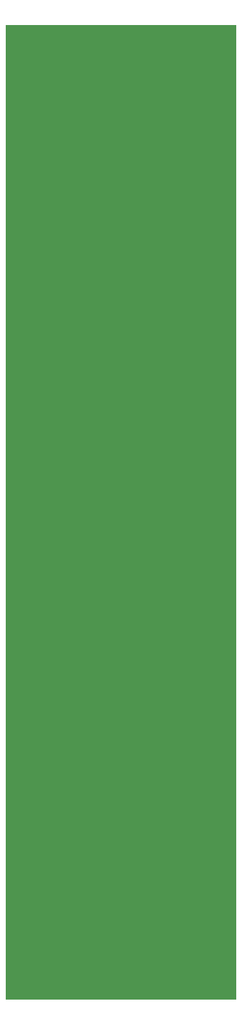
<source format=gtl>
G04 EAGLE Gerber RS-274X export*
G75*
%MOMM*%
%FSLAX34Y34*%
%LPD*%
%INTop Copper*%
%IPPOS*%
%AMOC8*
5,1,8,0,0,1.08239X$1,22.5*%
G01*
%ADD10R,30.480000X128.587500*%


D10*
X-152400Y642938D03*
M02*

</source>
